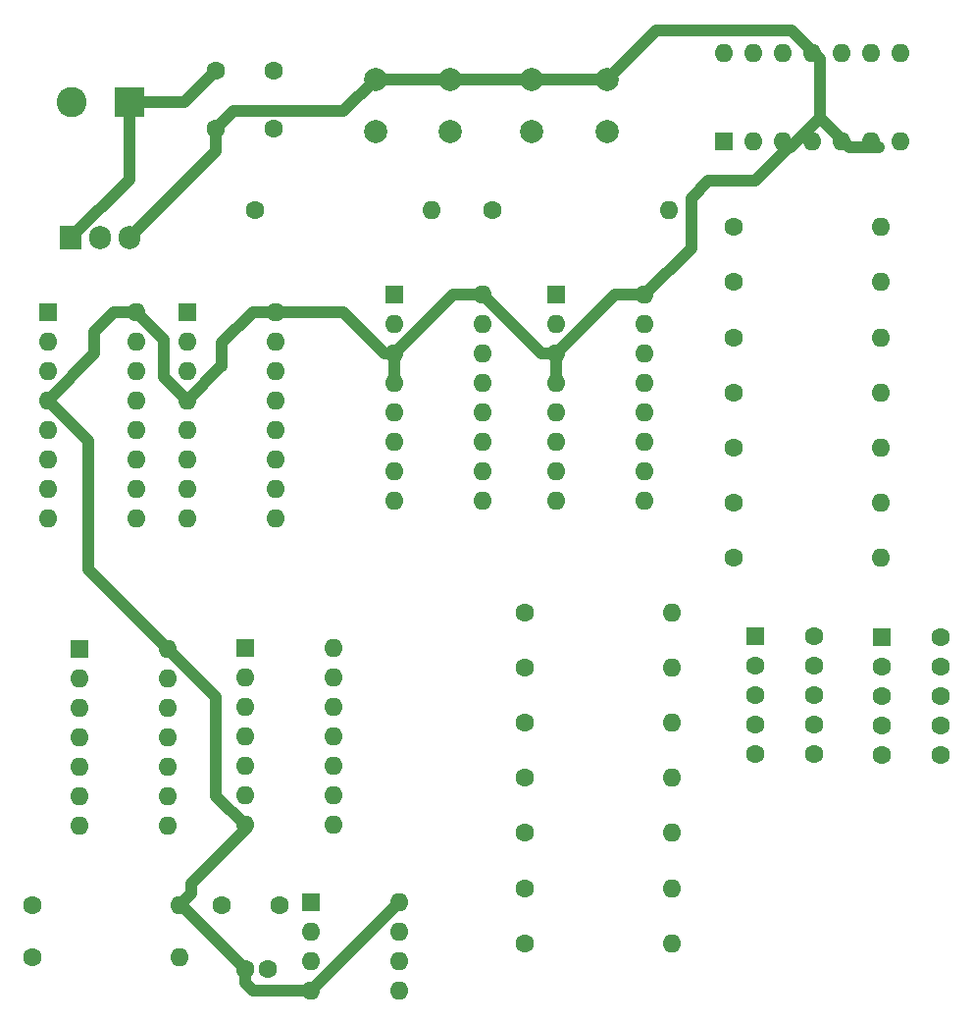
<source format=gbr>
%TF.GenerationSoftware,KiCad,Pcbnew,8.0.2*%
%TF.CreationDate,2024-05-14T19:41:18+03:00*%
%TF.ProjectId,PCB1,50434231-2e6b-4696-9361-645f70636258,rev?*%
%TF.SameCoordinates,Original*%
%TF.FileFunction,Copper,L2,Inr*%
%TF.FilePolarity,Positive*%
%FSLAX46Y46*%
G04 Gerber Fmt 4.6, Leading zero omitted, Abs format (unit mm)*
G04 Created by KiCad (PCBNEW 8.0.2) date 2024-05-14 19:41:18*
%MOMM*%
%LPD*%
G01*
G04 APERTURE LIST*
%TA.AperFunction,ComponentPad*%
%ADD10C,1.600000*%
%TD*%
%TA.AperFunction,ComponentPad*%
%ADD11O,1.600000X1.600000*%
%TD*%
%TA.AperFunction,ComponentPad*%
%ADD12R,1.600000X1.600000*%
%TD*%
%TA.AperFunction,ComponentPad*%
%ADD13C,2.000000*%
%TD*%
%TA.AperFunction,ComponentPad*%
%ADD14R,1.905000X2.000000*%
%TD*%
%TA.AperFunction,ComponentPad*%
%ADD15O,1.905000X2.000000*%
%TD*%
%TA.AperFunction,ComponentPad*%
%ADD16R,2.600000X2.600000*%
%TD*%
%TA.AperFunction,ComponentPad*%
%ADD17C,2.600000*%
%TD*%
%TA.AperFunction,Conductor*%
%ADD18C,1.000000*%
%TD*%
G04 APERTURE END LIST*
D10*
%TO.N,Net-(U1-THR)*%
%TO.C,R3*%
X140650000Y-119000000D03*
D11*
%TO.N,Net-(U1-DIS)*%
X153350000Y-119000000D03*
%TD*%
D10*
%TO.N,Net-(J1-Pin_1)*%
%TO.C,C1*%
X156500000Y-42500000D03*
%TO.N,GND*%
X161500000Y-42500000D03*
%TD*%
D12*
%TO.N,unconnected-(U5-B-Pad1)*%
%TO.C,U5*%
X142000000Y-63300000D03*
D11*
%TO.N,Net-(U5-QB)*%
X142000000Y-65840000D03*
%TO.N,Net-(U5-QA)*%
X142000000Y-68380000D03*
%TO.N,+5V*%
X142000000Y-70920000D03*
%TO.N,Net-(U5-UP)*%
X142000000Y-73460000D03*
%TO.N,Net-(U5-QC)*%
X142000000Y-76000000D03*
%TO.N,Net-(U5-QD)*%
X142000000Y-78540000D03*
%TO.N,GND*%
X142000000Y-81080000D03*
%TO.N,unconnected-(U5-D-Pad9)*%
X149620000Y-81080000D03*
%TO.N,unconnected-(U5-C-Pad10)*%
X149620000Y-78540000D03*
%TO.N,unconnected-(U5-~{LOAD}-Pad11)*%
X149620000Y-76000000D03*
%TO.N,unconnected-(U5-~{CO}-Pad12)*%
X149620000Y-73460000D03*
%TO.N,unconnected-(U5-~{BO}-Pad13)*%
X149620000Y-70920000D03*
%TO.N,Net-(U5-CLR)*%
X149620000Y-68380000D03*
%TO.N,unconnected-(U5-A-Pad15)*%
X149620000Y-65840000D03*
%TO.N,+5V*%
X149620000Y-63300000D03*
%TD*%
D10*
%TO.N,Net-(U9-Qg)*%
%TO.C,R18*%
X201150000Y-84500000D03*
D11*
%TO.N,Net-(U11-G)*%
X213850000Y-84500000D03*
%TD*%
D10*
%TO.N,Net-(U9-Qc)*%
%TO.C,R14*%
X201150000Y-65500000D03*
D11*
%TO.N,Net-(U11-C)*%
X213850000Y-65500000D03*
%TD*%
D10*
%TO.N,Net-(U8-Qa)*%
%TO.C,R5*%
X183150000Y-89250000D03*
D11*
%TO.N,Net-(U10-A)*%
X195850000Y-89250000D03*
%TD*%
D10*
%TO.N,Net-(U8-Qd)*%
%TO.C,R8*%
X183150000Y-103500000D03*
D11*
%TO.N,Net-(U10-D)*%
X195850000Y-103500000D03*
%TD*%
D10*
%TO.N,Net-(U9-Qb)*%
%TO.C,R13*%
X201150000Y-60750000D03*
D11*
%TO.N,Net-(U11-B)*%
X213850000Y-60750000D03*
%TD*%
D10*
%TO.N,Net-(U8-Qb)*%
%TO.C,R6*%
X183150000Y-94000000D03*
D11*
%TO.N,Net-(U10-B)*%
X195850000Y-94000000D03*
%TD*%
D10*
%TO.N,+5V*%
%TO.C,C4*%
X159000000Y-120000000D03*
%TO.N,Net-(C3-Pad2)*%
X161000000Y-120000000D03*
%TD*%
D13*
%TO.N,+5V*%
%TO.C,SW1*%
X170250000Y-43250000D03*
X176750000Y-43250000D03*
%TO.N,Net-(U2A-C)*%
X170250000Y-47750000D03*
X176750000Y-47750000D03*
%TD*%
D12*
%TO.N,unconnected-(U6-B-Pad1)*%
%TO.C,U6*%
X154000000Y-63300000D03*
D11*
%TO.N,Net-(U6-QB)*%
X154000000Y-65840000D03*
%TO.N,Net-(U6-QA)*%
X154000000Y-68380000D03*
%TO.N,+5V*%
X154000000Y-70920000D03*
%TO.N,Net-(U6-UP)*%
X154000000Y-73460000D03*
%TO.N,Net-(U6-QC)*%
X154000000Y-76000000D03*
%TO.N,Net-(U6-QD)*%
X154000000Y-78540000D03*
%TO.N,GND*%
X154000000Y-81080000D03*
%TO.N,unconnected-(U6-D-Pad9)*%
X161620000Y-81080000D03*
%TO.N,unconnected-(U6-C-Pad10)*%
X161620000Y-78540000D03*
%TO.N,unconnected-(U6-~{LOAD}-Pad11)*%
X161620000Y-76000000D03*
%TO.N,unconnected-(U6-~{CO}-Pad12)*%
X161620000Y-73460000D03*
%TO.N,unconnected-(U6-~{BO}-Pad13)*%
X161620000Y-70920000D03*
%TO.N,Net-(U6-CLR)*%
X161620000Y-68380000D03*
%TO.N,unconnected-(U6-A-Pad15)*%
X161620000Y-65840000D03*
%TO.N,+5V*%
X161620000Y-63300000D03*
%TD*%
D10*
%TO.N,Net-(U9-Qd)*%
%TO.C,R15*%
X201150000Y-70250000D03*
D11*
%TO.N,Net-(U11-D)*%
X213850000Y-70250000D03*
%TD*%
D10*
%TO.N,GND*%
%TO.C,R1*%
X159880000Y-54500000D03*
D11*
%TO.N,Net-(U2A-C)*%
X175120000Y-54500000D03*
%TD*%
D12*
%TO.N,GND*%
%TO.C,U11*%
X214000000Y-91340000D03*
D10*
%TO.N,Net-(U11-F)*%
X214000000Y-93880000D03*
%TO.N,Net-(U11-G)*%
X214000000Y-96420000D03*
%TO.N,Net-(U11-E)*%
X214000000Y-98960000D03*
%TO.N,Net-(U11-D)*%
X214000000Y-101500000D03*
%TO.N,GND*%
X219080000Y-101500000D03*
%TO.N,unconnected-(U11-DP-Pad7)*%
X219080000Y-98960000D03*
%TO.N,Net-(U11-C)*%
X219080000Y-96420000D03*
%TO.N,Net-(U11-B)*%
X219080000Y-93880000D03*
%TO.N,Net-(U11-A)*%
X219080000Y-91340000D03*
%TD*%
%TO.N,Net-(U8-Qf)*%
%TO.C,R10*%
X183150000Y-113000000D03*
D11*
%TO.N,Net-(U10-F)*%
X195850000Y-113000000D03*
%TD*%
D12*
%TO.N,Net-(U2A-Q)*%
%TO.C,U3*%
X144700000Y-92375000D03*
D11*
%TO.N,Net-(U1-Q)*%
X144700000Y-94915000D03*
%TO.N,Net-(U6-UP)*%
X144700000Y-97455000D03*
%TO.N,Net-(U6-QC)*%
X144700000Y-99995000D03*
%TO.N,Net-(U6-QB)*%
X144700000Y-102535000D03*
%TO.N,Net-(U5-UP)*%
X144700000Y-105075000D03*
%TO.N,GND*%
X144700000Y-107615000D03*
%TO.N,Net-(U3-Pad8)*%
X152320000Y-107615000D03*
%TO.N,Net-(U5-QC)*%
X152320000Y-105075000D03*
%TO.N,Net-(U5-QB)*%
X152320000Y-102535000D03*
%TO.N,unconnected-(U3-Pad11)*%
X152320000Y-99995000D03*
%TO.N,unconnected-(U3-Pad12)*%
X152320000Y-97455000D03*
%TO.N,unconnected-(U3-Pad13)*%
X152320000Y-94915000D03*
%TO.N,+5V*%
X152320000Y-92375000D03*
%TD*%
D10*
%TO.N,Net-(U8-Qg)*%
%TO.C,R11*%
X183150000Y-117750000D03*
D11*
%TO.N,Net-(U10-G)*%
X195850000Y-117750000D03*
%TD*%
D12*
%TO.N,Net-(R4-Pad1)*%
%TO.C,U7*%
X159000000Y-92300000D03*
D11*
%TO.N,Net-(U5-UP)*%
X159000000Y-94840000D03*
%TO.N,Net-(U6-CLR)*%
X159000000Y-97380000D03*
%TO.N,Net-(U5-CLR)*%
X159000000Y-99920000D03*
%TO.N,Net-(R4-Pad1)*%
X159000000Y-102460000D03*
%TO.N,Net-(U3-Pad8)*%
X159000000Y-105000000D03*
%TO.N,+5V*%
X159000000Y-107540000D03*
%TO.N,unconnected-(U7-Pad8)*%
X166620000Y-107540000D03*
%TO.N,unconnected-(U7-Pad9)*%
X166620000Y-105000000D03*
%TO.N,unconnected-(U7-Pad10)*%
X166620000Y-102460000D03*
%TO.N,unconnected-(U7-Pad11)*%
X166620000Y-99920000D03*
%TO.N,unconnected-(U7-Pad12)*%
X166620000Y-97380000D03*
%TO.N,unconnected-(U7-Pad13)*%
X166620000Y-94840000D03*
%TO.N,GND*%
X166620000Y-92300000D03*
%TD*%
D10*
%TO.N,Net-(U1-CV)*%
%TO.C,C3*%
X157000000Y-114500000D03*
%TO.N,Net-(C3-Pad2)*%
X162000000Y-114500000D03*
%TD*%
%TO.N,Net-(R4-Pad1)*%
%TO.C,R4*%
X180380000Y-54500000D03*
D11*
%TO.N,GND*%
X195620000Y-54500000D03*
%TD*%
D10*
%TO.N,Net-(U9-Qa)*%
%TO.C,R12*%
X201150000Y-56000000D03*
D11*
%TO.N,Net-(U11-A)*%
X213850000Y-56000000D03*
%TD*%
D12*
%TO.N,unconnected-(U2B-C-Pad1)*%
%TO.C,U2*%
X200300000Y-48620000D03*
D11*
%TO.N,unconnected-(U2B-~{R}-Pad2)*%
X202840000Y-48620000D03*
%TO.N,unconnected-(U2B-K-Pad3)*%
X205380000Y-48620000D03*
%TO.N,+5V*%
X207920000Y-48620000D03*
%TO.N,Net-(U2A-C)*%
X210460000Y-48620000D03*
%TO.N,+5V*%
X213000000Y-48620000D03*
X215540000Y-48620000D03*
%TO.N,unconnected-(U2A-~{Q}-Pad8)*%
X215540000Y-41000000D03*
%TO.N,Net-(U2A-Q)*%
X213000000Y-41000000D03*
%TO.N,+5V*%
X210460000Y-41000000D03*
%TO.N,GND*%
X207920000Y-41000000D03*
%TO.N,unconnected-(U2B-Q-Pad12)*%
X205380000Y-41000000D03*
%TO.N,unconnected-(U2B-~{Q}-Pad13)*%
X202840000Y-41000000D03*
%TO.N,unconnected-(U2B-J-Pad14)*%
X200300000Y-41000000D03*
%TD*%
D10*
%TO.N,Net-(U9-Qf)*%
%TO.C,R17*%
X201150000Y-79750000D03*
D11*
%TO.N,Net-(U11-F)*%
X213850000Y-79750000D03*
%TD*%
D13*
%TO.N,+5V*%
%TO.C,SW2*%
X183750000Y-43250000D03*
X190250000Y-43250000D03*
%TO.N,Net-(R4-Pad1)*%
X183750000Y-47750000D03*
X190250000Y-47750000D03*
%TD*%
D10*
%TO.N,Net-(U8-Qe)*%
%TO.C,R9*%
X183150000Y-108250000D03*
D11*
%TO.N,Net-(U10-E)*%
X195850000Y-108250000D03*
%TD*%
D14*
%TO.N,Net-(J1-Pin_1)*%
%TO.C,U4*%
X143960000Y-56945000D03*
D15*
%TO.N,GND*%
X146500000Y-56945000D03*
%TO.N,+5V*%
X149040000Y-56945000D03*
%TD*%
D10*
%TO.N,Net-(U1-DIS)*%
%TO.C,R2*%
X140650000Y-114500000D03*
D11*
%TO.N,+5V*%
X153350000Y-114500000D03*
%TD*%
D10*
%TO.N,+5V*%
%TO.C,C2*%
X156500000Y-47500000D03*
%TO.N,GND*%
X161500000Y-47500000D03*
%TD*%
D12*
%TO.N,GND*%
%TO.C,U10*%
X203000000Y-91300000D03*
D10*
%TO.N,Net-(U10-F)*%
X203000000Y-93840000D03*
%TO.N,Net-(U10-G)*%
X203000000Y-96380000D03*
%TO.N,Net-(U10-E)*%
X203000000Y-98920000D03*
%TO.N,Net-(U10-D)*%
X203000000Y-101460000D03*
%TO.N,GND*%
X208080000Y-101460000D03*
%TO.N,unconnected-(U10-DP-Pad7)*%
X208080000Y-98920000D03*
%TO.N,Net-(U10-C)*%
X208080000Y-96380000D03*
%TO.N,Net-(U10-B)*%
X208080000Y-93840000D03*
%TO.N,Net-(U10-A)*%
X208080000Y-91300000D03*
%TD*%
%TO.N,Net-(U8-Qc)*%
%TO.C,R7*%
X183150000Y-98750000D03*
D11*
%TO.N,Net-(U10-C)*%
X195850000Y-98750000D03*
%TD*%
D12*
%TO.N,GND*%
%TO.C,U1*%
X164700000Y-114200000D03*
D11*
%TO.N,Net-(U1-THR)*%
X164700000Y-116740000D03*
%TO.N,Net-(U1-Q)*%
X164700000Y-119280000D03*
%TO.N,+5V*%
X164700000Y-121820000D03*
%TO.N,Net-(U1-CV)*%
X172320000Y-121820000D03*
%TO.N,Net-(U1-THR)*%
X172320000Y-119280000D03*
%TO.N,Net-(U1-DIS)*%
X172320000Y-116740000D03*
%TO.N,+5V*%
X172320000Y-114200000D03*
%TD*%
D10*
%TO.N,Net-(U9-Qe)*%
%TO.C,R16*%
X201150000Y-75000000D03*
D11*
%TO.N,Net-(U11-E)*%
X213850000Y-75000000D03*
%TD*%
D16*
%TO.N,Net-(J1-Pin_1)*%
%TO.C,J1*%
X149000000Y-45195000D03*
D17*
%TO.N,GND*%
X144000000Y-45195000D03*
%TD*%
D12*
%TO.N,Net-(U5-QB)*%
%TO.C,U8*%
X171880000Y-61840000D03*
D11*
%TO.N,Net-(U5-QC)*%
X171880000Y-64380000D03*
%TO.N,+5V*%
X171880000Y-66920000D03*
X171880000Y-69460000D03*
%TO.N,GND*%
X171880000Y-72000000D03*
%TO.N,Net-(U5-QD)*%
X171880000Y-74540000D03*
%TO.N,Net-(U5-QA)*%
X171880000Y-77080000D03*
%TO.N,GND*%
X171880000Y-79620000D03*
%TO.N,Net-(U8-Qe)*%
X179500000Y-79620000D03*
%TO.N,Net-(U8-Qd)*%
X179500000Y-77080000D03*
%TO.N,Net-(U8-Qc)*%
X179500000Y-74540000D03*
%TO.N,Net-(U8-Qb)*%
X179500000Y-72000000D03*
%TO.N,Net-(U8-Qa)*%
X179500000Y-69460000D03*
%TO.N,Net-(U8-Qg)*%
X179500000Y-66920000D03*
%TO.N,Net-(U8-Qf)*%
X179500000Y-64380000D03*
%TO.N,+5V*%
X179500000Y-61840000D03*
%TD*%
%TO.N,+5V*%
%TO.C,U9*%
X193500000Y-61840000D03*
%TO.N,Net-(U9-Qf)*%
X193500000Y-64380000D03*
%TO.N,Net-(U9-Qg)*%
X193500000Y-66920000D03*
%TO.N,Net-(U9-Qa)*%
X193500000Y-69460000D03*
%TO.N,Net-(U9-Qb)*%
X193500000Y-72000000D03*
%TO.N,Net-(U9-Qc)*%
X193500000Y-74540000D03*
%TO.N,Net-(U9-Qd)*%
X193500000Y-77080000D03*
%TO.N,Net-(U9-Qe)*%
X193500000Y-79620000D03*
%TO.N,GND*%
X185880000Y-79620000D03*
%TO.N,Net-(U6-QA)*%
X185880000Y-77080000D03*
%TO.N,Net-(U6-QD)*%
X185880000Y-74540000D03*
%TO.N,GND*%
X185880000Y-72000000D03*
%TO.N,+5V*%
X185880000Y-69460000D03*
X185880000Y-66920000D03*
%TO.N,Net-(U6-QC)*%
X185880000Y-64380000D03*
D12*
%TO.N,Net-(U6-QB)*%
X185880000Y-61840000D03*
%TD*%
D18*
%TO.N,+5V*%
X164700000Y-121820000D02*
X172320000Y-114200000D01*
X159688630Y-121820000D02*
X164700000Y-121820000D01*
X159000000Y-121131370D02*
X159688630Y-121820000D01*
X159000000Y-120000000D02*
X159000000Y-121131370D01*
X153500000Y-114500000D02*
X159000000Y-120000000D01*
X153350000Y-114500000D02*
X153500000Y-114500000D01*
X154350000Y-113500000D02*
X153350000Y-114500000D01*
X154350000Y-112650000D02*
X154350000Y-113500000D01*
X164520000Y-122000000D02*
X164700000Y-121820000D01*
X159000000Y-108000000D02*
X154350000Y-112650000D01*
X159000000Y-107540000D02*
X159000000Y-108000000D01*
X156500000Y-105040000D02*
X159000000Y-107540000D01*
X156500000Y-96555000D02*
X156500000Y-105040000D01*
X152320000Y-92375000D02*
X156500000Y-96555000D01*
X145500000Y-74420000D02*
X145500000Y-85555000D01*
X145500000Y-85555000D02*
X152320000Y-92375000D01*
X142000000Y-70920000D02*
X145500000Y-74420000D01*
X146000000Y-66920000D02*
X142000000Y-70920000D01*
X146000000Y-65000000D02*
X146000000Y-66920000D01*
X147700000Y-63300000D02*
X146000000Y-65000000D01*
X149620000Y-63300000D02*
X147700000Y-63300000D01*
X152000000Y-65680000D02*
X149620000Y-63300000D01*
X152000000Y-68920000D02*
X152000000Y-65680000D01*
X154000000Y-70920000D02*
X152000000Y-68920000D01*
X156920000Y-68000000D02*
X154000000Y-70920000D01*
X157000000Y-68000000D02*
X156920000Y-68000000D01*
X157000000Y-66000000D02*
X157000000Y-68000000D01*
X159700000Y-63300000D02*
X157000000Y-66000000D01*
X161620000Y-63300000D02*
X159700000Y-63300000D01*
X167460000Y-63300000D02*
X161620000Y-63300000D01*
X171080000Y-66920000D02*
X167460000Y-63300000D01*
X171880000Y-66920000D02*
X171080000Y-66920000D01*
X171880000Y-66920000D02*
X171880000Y-69460000D01*
X176960000Y-61840000D02*
X171880000Y-66920000D01*
X179500000Y-61840000D02*
X176960000Y-61840000D01*
X184580000Y-66920000D02*
X179500000Y-61840000D01*
X185880000Y-66920000D02*
X184580000Y-66920000D01*
X185880000Y-66920000D02*
X185880000Y-69460000D01*
X190960000Y-61840000D02*
X185880000Y-66920000D01*
X193500000Y-61840000D02*
X190960000Y-61840000D01*
X197500000Y-53500000D02*
X197500000Y-57840000D01*
X199000000Y-52000000D02*
X197500000Y-53500000D01*
X197500000Y-57840000D02*
X193500000Y-61840000D01*
X203028679Y-52000000D02*
X199000000Y-52000000D01*
X205908679Y-49120000D02*
X203028679Y-52000000D01*
X206120000Y-49120000D02*
X205908679Y-49120000D01*
X206120000Y-49120000D02*
X208660000Y-46580000D01*
X211200000Y-49120000D02*
X213740000Y-49120000D01*
X208660000Y-46580000D02*
X211200000Y-49120000D01*
X208660000Y-41500000D02*
X208660000Y-46580000D01*
X206160000Y-39000000D02*
X208660000Y-41500000D01*
X194500000Y-39000000D02*
X206160000Y-39000000D01*
X190250000Y-43250000D02*
X194500000Y-39000000D01*
X183750000Y-43250000D02*
X190250000Y-43250000D01*
X170250000Y-43250000D02*
X183750000Y-43250000D01*
X167500000Y-46000000D02*
X170250000Y-43250000D01*
X158000000Y-46000000D02*
X167500000Y-46000000D01*
X156500000Y-47500000D02*
X158000000Y-46000000D01*
X156500000Y-49485000D02*
X149040000Y-56945000D01*
X156500000Y-47500000D02*
X156500000Y-49485000D01*
%TO.N,Net-(J1-Pin_1)*%
X153805000Y-45195000D02*
X156500000Y-42500000D01*
X149000000Y-45195000D02*
X153805000Y-45195000D01*
X149000000Y-51905000D02*
X143960000Y-56945000D01*
X149000000Y-45195000D02*
X149000000Y-51905000D01*
%TD*%
M02*

</source>
